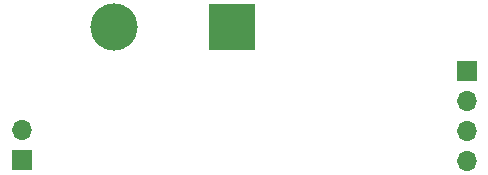
<source format=gbr>
%TF.GenerationSoftware,KiCad,Pcbnew,8.0.5*%
%TF.CreationDate,2025-01-23T11:22:46+01:00*%
%TF.ProjectId,PPP_v3_2,5050505f-7633-45f3-922e-6b696361645f,rev?*%
%TF.SameCoordinates,Original*%
%TF.FileFunction,Soldermask,Bot*%
%TF.FilePolarity,Negative*%
%FSLAX46Y46*%
G04 Gerber Fmt 4.6, Leading zero omitted, Abs format (unit mm)*
G04 Created by KiCad (PCBNEW 8.0.5) date 2025-01-23 11:22:46*
%MOMM*%
%LPD*%
G01*
G04 APERTURE LIST*
%ADD10R,1.700000X1.700000*%
%ADD11O,1.700000X1.700000*%
%ADD12R,4.000000X4.000000*%
%ADD13C,4.000000*%
G04 APERTURE END LIST*
D10*
%TO.C,J1*%
X137270000Y-98140000D03*
D11*
X137270000Y-95600000D03*
%TD*%
D12*
%TO.C,C1*%
X155065371Y-86890000D03*
D13*
X145065371Y-86890000D03*
%TD*%
D10*
%TO.C,J2*%
X174970000Y-90580000D03*
D11*
X174970000Y-93120000D03*
X174970000Y-95660000D03*
X174970000Y-98200000D03*
%TD*%
M02*

</source>
